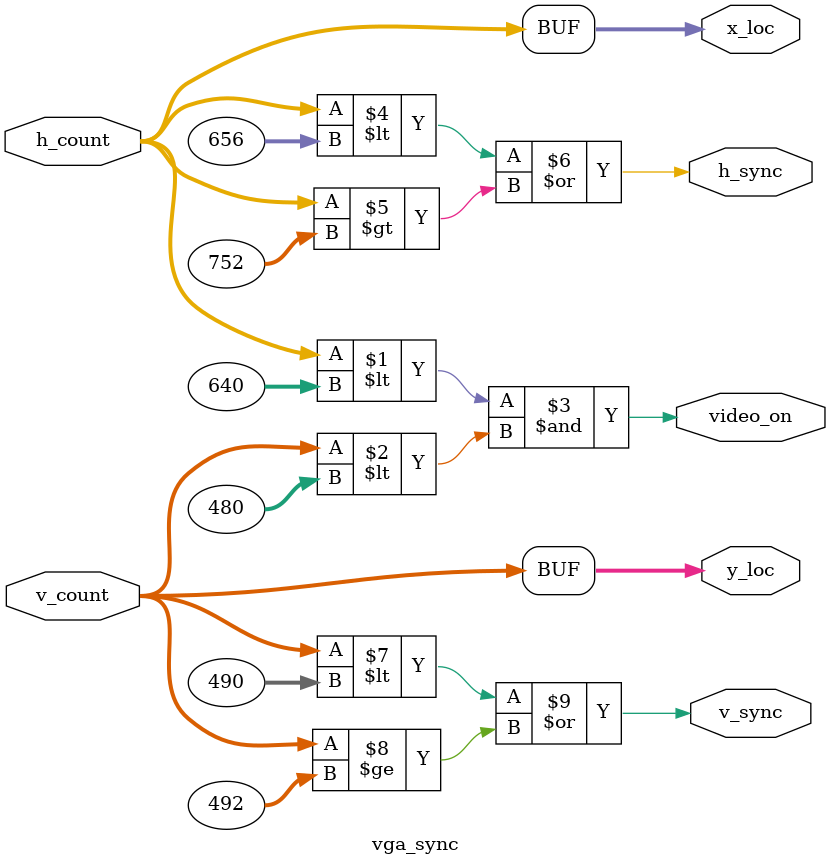
<source format=v>
`timescale 1ns / 1ps


module vga_sync (h_count,v_count,h_sync, v_sync, video_on, x_loc, y_loc);
  input [9:0] h_count;
  input [9:0] v_count;
  output h_sync;
  output v_sync;
  output video_on;
  output [9:0] x_loc;
  output [9:0] y_loc;
  wire h_sync, v_sync, video_on; 


  //horizontal measurements
  localparam HD = 640;
  localparam HF = 16;
  localparam HB = 48;
  localparam HR = 96;
  
  // vertical measurements
  localparam VD = 480;
  localparam VF = 10;
  localparam VB = 33;	
  localparam VR = 2;
  
  assign x_loc = h_count;
  assign y_loc = v_count;
  assign video_on = (h_count < HD & v_count < VD);
  assign h_sync = h_count < HD + HF | h_count > HD + HF + HR;
  assign v_sync = v_count < VD + VF | v_count >= VD + VF + VR;
endmodule

</source>
